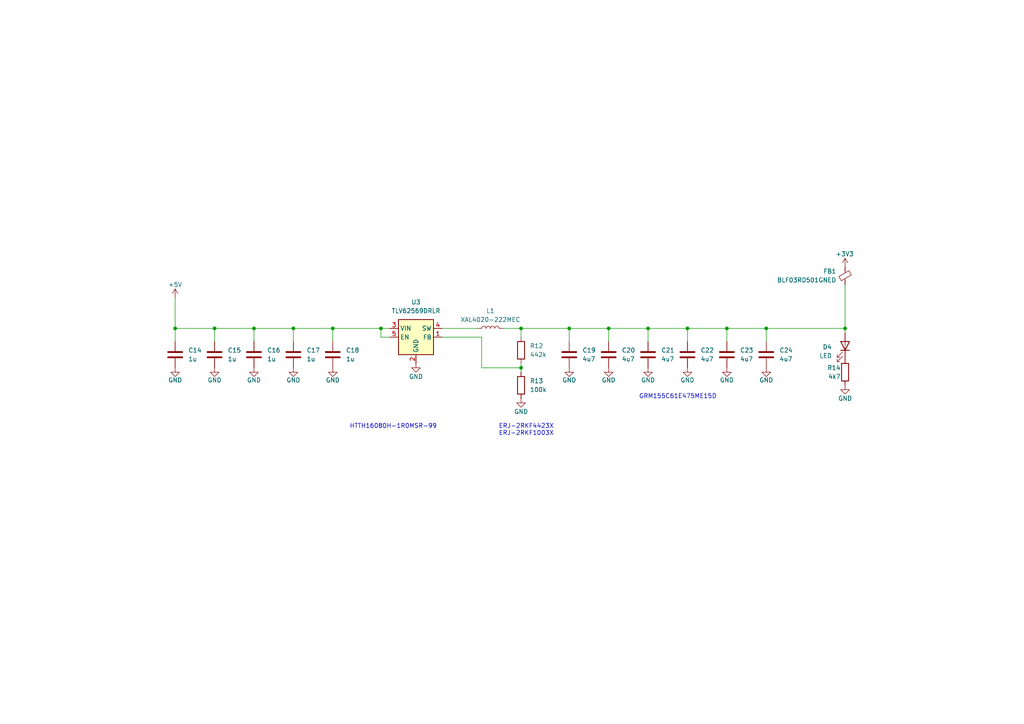
<source format=kicad_sch>
(kicad_sch (version 20231120) (generator "eeschema") (generator_version "8.0")
  (paper "A4")
  (lib_symbols
    (symbol "Device:C" (pin_numbers hide) (pin_names (offset 0.254))
      (property "Reference" "C" (at 0.635 2.54 0))
      (property "Value" "C" (at 0.635 -2.54 0))
      (symbol "C_0_1"
        (polyline (pts (xy -2.032 -0.762) (xy 2.032 -0.762)) (stroke (width 0.508)))
        (polyline (pts (xy -2.032 0.762) (xy 2.032 0.762)) (stroke (width 0.508)))
      )
      (symbol "C_1_1"
        (pin passive line (at 0 3.81 270) (length 2.794) (name "~") (number "1"))
        (pin passive line (at 0 -3.81 90) (length 2.794) (name "~") (number "2"))
      )
    )
    (symbol "Device:FerriteBead_Small" (pin_numbers hide) (pin_names (offset 0))
      (property "Reference" "FB" (at 1.905 1.27 0))
      (property "Value" "FerriteBead_Small" (at 1.905 -1.27 0))
      (symbol "FerriteBead_Small_0_1"
        (polyline (pts (xy 0 -1.27) (xy 0 -0.7874)))
        (polyline (pts (xy 0 0.889) (xy 0 1.2954)))
        (polyline (pts (xy -1.8288 0.2794) (xy -1.1176 1.4986) (xy 1.8288 -0.2032) (xy 1.1176 -1.4224) (xy -1.8288 0.2794)))
      )
      (symbol "FerriteBead_Small_1_1"
        (pin passive line (at 0 2.54 270) (length 1.27) (name "~") (number "1"))
        (pin passive line (at 0 -2.54 90) (length 1.27) (name "~") (number "2"))
      )
    )
    (symbol "Device:L" (pin_numbers hide) (pin_names (offset 1.016) hide)
      (property "Reference" "L" (at -1.27 0 90))
      (property "Value" "L" (at 1.905 0 90))
      (symbol "L_0_1"
        (arc (start 0 -2.54) (mid 0.6323 -1.905) (end 0 -1.27))
        (arc (start 0 -1.27) (mid 0.6323 -0.635) (end 0 0))
        (arc (start 0 0) (mid 0.6323 0.635) (end 0 1.27))
        (arc (start 0 1.27) (mid 0.6323 1.905) (end 0 2.54))
      )
      (symbol "L_1_1"
        (pin passive line (at 0 3.81 270) (length 1.27) (name "1") (number "1"))
        (pin passive line (at 0 -3.81 90) (length 1.27) (name "2") (number "2"))
      )
    )
    (symbol "Device:LED" (pin_numbers hide) (pin_names (offset 1.016) hide)
      (property "Reference" "D" (at 0 2.54 0))
      (property "Value" "LED" (at 0 -2.54 0))
      (symbol "LED_0_1"
        (polyline (pts (xy -1.27 -1.27) (xy -1.27 1.27)) (stroke (width 0.254)))
        (polyline (pts (xy -1.27 0) (xy 1.27 0)))
        (polyline (pts (xy 1.27 -1.27) (xy 1.27 1.27) (xy -1.27 0) (xy 1.27 -1.27)) (stroke (width 0.254)))
        (polyline (pts (xy -3.048 -0.762) (xy -4.572 -2.286) (xy -3.81 -2.286) (xy -4.572 -2.286) (xy -4.572 -1.524)))
        (polyline (pts (xy -1.778 -0.762) (xy -3.302 -2.286) (xy -2.54 -2.286) (xy -3.302 -2.286) (xy -3.302 -1.524)))
      )
      (symbol "LED_1_1"
        (pin passive line (at -3.81 0 0) (length 2.54) (name "K") (number "1"))
        (pin passive line (at 3.81 0 180) (length 2.54) (name "A") (number "2"))
      )
    )
    (symbol "Device:R" (pin_numbers hide) (pin_names (offset 0))
      (property "Reference" "R" (at 2.032 0 90))
      (property "Value" "R" (at 0 0 90))
      (symbol "R_0_1"
        (rectangle (start -1.016 -2.54) (end 1.016 2.54) (stroke (width 0.254)))
      )
      (symbol "R_1_1"
        (pin passive line (at 0 3.81 270) (length 1.27) (name "~") (number "1"))
        (pin passive line (at 0 -3.81 90) (length 1.27) (name "~") (number "2"))
      )
    )
    (symbol "Regulator_Switching:TLV62569DRL"
      (property "Reference" "U" (at -5.08 6.35 0))
      (property "Value" "TLV62569DRL" (at 0 6.35 0))
      (symbol "TLV62569DRL_0_1"
        (rectangle (start -5.08 5.08) (end 5.08 -5.08) (stroke (width 0.254)) (fill (type background)))
      )
      (symbol "TLV62569DRL_1_1"
        (pin input line (at 7.62 0 180) (length 2.54) (name "FB") (number "1"))
        (pin power_in line (at 0 -7.62 90) (length 2.54) (name "GND") (number "2"))
        (pin power_in line (at -7.62 2.54 0) (length 2.54) (name "VIN") (number "3"))
        (pin power_out line (at 7.62 2.54 180) (length 2.54) (name "SW") (number "4"))
        (pin input line (at -7.62 0 0) (length 2.54) (name "EN") (number "5"))
        (pin no_connect line (at 5.08 -2.54 180) (length 2.54) hide (name "NC") (number "6"))
      )
    )
    (symbol "power:+3V3" (power) (pin_names (offset 0))
      (property "Value" "+3V3" (at 0 3.556 0))
      (symbol "+3V3_0_1"
        (polyline (pts (xy -0.762 1.27) (xy 0 2.54)))
        (polyline (pts (xy 0 0) (xy 0 2.54)))
        (polyline (pts (xy 0 2.54) (xy 0.762 1.27)))
      )
      (symbol "+3V3_1_1"
        (pin power_in line (at 0 0 90) (length 0) hide (name "+3V3") (number "1"))
      )
    )
    (symbol "power:+5V" (power) (pin_names (offset 0))
      (property "Value" "+5V" (at 0 3.556 0))
      (symbol "+5V_0_1"
        (polyline (pts (xy -0.762 1.27) (xy 0 2.54)))
        (polyline (pts (xy 0 0) (xy 0 2.54)))
        (polyline (pts (xy 0 2.54) (xy 0.762 1.27)))
      )
      (symbol "+5V_1_1"
        (pin power_in line (at 0 0 90) (length 0) hide (name "+5V") (number "1"))
      )
    )
    (symbol "power:GND" (power) (pin_names (offset 0))
      (property "Value" "GND" (at 0 -3.81 0))
      (symbol "GND_0_1"
        (polyline (pts (xy 0 0) (xy 0 -1.27) (xy 1.27 -1.27) (xy 0 -2.54) (xy -1.27 -1.27) (xy 0 -1.27)))
      )
      (symbol "GND_1_1"
        (pin power_in line (at 0 0 270) (length 0) hide (name "GND") (number "1"))
      )
    )
  )
  (junction (at 62.23 95.25))
  (junction (at 176.53 95.25))
  (junction (at 50.8 95.25))
  (junction (at 96.52 95.25))
  (junction (at 210.82 95.25))
  (junction (at 199.39 95.25))
  (junction (at 110.49 95.25))
  (junction (at 165.1 95.25))
  (junction (at 151.13 106.68))
  (junction (at 73.66 95.25))
  (junction (at 85.09 95.25))
  (junction (at 245.11 95.25))
  (junction (at 187.96 95.25))
  (junction (at 151.13 95.25))
  (junction (at 222.25 95.25))
  (wire (pts (xy 110.49 95.25) (xy 110.49 97.79)))
  (wire (pts (xy 96.52 95.25) (xy 85.09 95.25)))
  (wire (pts (xy 176.53 95.25) (xy 176.53 99.06)))
  (wire (pts (xy 199.39 95.25) (xy 199.39 99.06)))
  (wire (pts (xy 96.52 99.06) (xy 96.52 95.25)))
  (wire (pts (xy 151.13 105.41) (xy 151.13 106.68)))
  (wire (pts (xy 210.82 95.25) (xy 222.25 95.25)))
  (wire (pts (xy 151.13 106.68) (xy 151.13 107.95)))
  (wire (pts (xy 151.13 95.25) (xy 151.13 97.79)))
  (wire (pts (xy 139.7 106.68) (xy 151.13 106.68)))
  (wire (pts (xy 151.13 95.25) (xy 165.1 95.25)))
  (wire (pts (xy 146.05 95.25) (xy 151.13 95.25)))
  (wire (pts (xy 128.27 95.25) (xy 138.43 95.25)))
  (wire (pts (xy 50.8 95.25) (xy 62.23 95.25)))
  (wire (pts (xy 139.7 97.79) (xy 139.7 106.68)))
  (wire (pts (xy 222.25 95.25) (xy 245.11 95.25)))
  (wire (pts (xy 165.1 95.25) (xy 176.53 95.25)))
  (wire (pts (xy 245.11 95.25) (xy 245.11 96.52)))
  (wire (pts (xy 73.66 95.25) (xy 73.66 99.06)))
  (wire (pts (xy 210.82 99.06) (xy 210.82 95.25)))
  (wire (pts (xy 245.11 82.55) (xy 245.11 95.25)))
  (wire (pts (xy 113.03 97.79) (xy 110.49 97.79)))
  (wire (pts (xy 96.52 95.25) (xy 110.49 95.25)))
  (wire (pts (xy 222.25 99.06) (xy 222.25 95.25)))
  (wire (pts (xy 187.96 95.25) (xy 187.96 99.06)))
  (wire (pts (xy 50.8 86.36) (xy 50.8 95.25)))
  (wire (pts (xy 50.8 95.25) (xy 50.8 99.06)))
  (wire (pts (xy 210.82 95.25) (xy 199.39 95.25)))
  (wire (pts (xy 110.49 95.25) (xy 113.03 95.25)))
  (wire (pts (xy 73.66 95.25) (xy 62.23 95.25)))
  (wire (pts (xy 128.27 97.79) (xy 139.7 97.79)))
  (wire (pts (xy 199.39 95.25) (xy 187.96 95.25)))
  (wire (pts (xy 85.09 95.25) (xy 85.09 99.06)))
  (wire (pts (xy 62.23 95.25) (xy 62.23 99.06)))
  (wire (pts (xy 187.96 95.25) (xy 176.53 95.25)))
  (wire (pts (xy 165.1 95.25) (xy 165.1 99.06)))
  (wire (pts (xy 85.09 95.25) (xy 73.66 95.25)))
  (text "GRM155C61E475ME15D" (at 196.596 115.062 0) (effects (font (size 1.27 1.27))))
  (text "ERJ-2RKF4423X" (at 152.654 123.698 0) (effects (font (size 1.27 1.27))))
  (text "ERJ-2RKF1003X" (at 152.654 125.73 0) (effects (font (size 1.27 1.27))))
  (text "HTTH16080H-1R0MSR-99 " (at 114.554 123.698 0) (effects (font (size 1.27 1.27))))
  (symbol (lib_id "Device:C") (at 176.53 102.87 0) (unit 1)
    (property "Reference" "C20" (at 180.34 101.5999 0) (effects (justify left)))
    (property "Value" "4u7" (at 180.34 104.1399 0) (effects (justify left)))
    (property "Footprint" "Capacitor_SMD:C_0402_1005Metric" (effects (hide yes)))
    (property "Description" "Unpolarized capacitor" (effects (hide yes)))
  )
  (symbol (lib_id "Device:C") (at 222.25 102.87 0) (unit 1)
    (property "Reference" "C24" (at 226.06 101.5999 0) (effects (justify left)))
    (property "Value" "4u7" (at 226.06 104.1399 0) (effects (justify left)))
    (property "Footprint" "Capacitor_SMD:C_0402_1005Metric" (effects (hide yes)))
    (property "Description" "Unpolarized capacitor" (effects (hide yes)))
  )
  (symbol (lib_id "Device:R") (at 151.13 101.6 0) (unit 1)
    (property "Reference" "R12" (at 153.67 100.3299 0) (effects (justify left)))
    (property "Value" "442k" (at 153.67 102.8699 0) (effects (justify left)))
    (property "Footprint" "Resistor_SMD:R_0402_1005Metric" (effects (hide yes)))
    (property "Description" "Resistor" (effects (hide yes)))
  )
  (symbol (lib_id "power:GND") (at 85.09 106.68 0) (unit 1)
    (property "Reference" "#PWR030" (effects (hide yes)))
    (property "Value" "GND" (at 85.09 110.236 0))
    (property "Description" "Power symbol creates a global label with name \"GND\" , ground" (effects (hide yes)))
  )
  (symbol (lib_id "Device:L") (at 142.24 95.25 90) (unit 1)
    (property "Reference" "L1" (at 142.24 90.17 90))
    (property "Value" "XAL4020-222MEC" (at 142.24 92.71 90))
    (property "Footprint" "Inductor_SMD:L_Coilcraft_XxL4040" (effects (hide yes)))
    (property "Description" "Inductor" (effects (hide yes)))
  )
  (symbol (lib_id "power:+3V3") (at 245.11 77.47 0) (mirror y) (unit 1)
    (property "Reference" "#PWR040" (effects (hide yes)))
    (property "Value" "+3V3" (at 247.65 73.66 0) (effects (justify left)))
  )
  (symbol (lib_id "Device:C") (at 199.39 102.87 0) (unit 1)
    (property "Reference" "C22" (at 203.2 101.5999 0) (effects (justify left)))
    (property "Value" "4u7" (at 203.2 104.1399 0) (effects (justify left)))
    (property "Footprint" "Capacitor_SMD:C_0402_1005Metric" (effects (hide yes)))
    (property "Description" "Unpolarized capacitor" (effects (hide yes)))
  )
  (symbol (lib_id "power:GND") (at 120.65 105.41 0) (unit 1)
    (property "Reference" "#PWR032" (effects (hide yes)))
    (property "Value" "GND" (at 120.65 109.22 0))
  )
  (symbol (lib_id "power:+5V") (at 50.8 86.36 0) (mirror y) (unit 1)
    (property "Reference" "#PWR026" (effects (hide yes)))
    (property "Value" "+5V" (at 50.8 82.55 0))
  )
  (symbol (lib_id "power:GND") (at 96.52 106.68 0) (unit 1)
    (property "Reference" "#PWR031" (effects (hide yes)))
    (property "Value" "GND" (at 96.52 110.236 0))
    (property "Description" "Power symbol creates a global label with name \"GND\" , ground" (effects (hide yes)))
  )
  (symbol (lib_id "Device:C") (at 50.8 102.87 0) (unit 1)
    (property "Reference" "C14" (at 54.61 101.5999 0) (effects (justify left)))
    (property "Value" "1u" (at 54.61 104.1399 0) (effects (justify left)))
    (property "Footprint" "Capacitor_SMD:C_0402_1005Metric" (effects (hide yes)))
    (property "Description" "Unpolarized capacitor" (effects (hide yes)))
  )
  (symbol (lib_id "Device:C") (at 187.96 102.87 0) (unit 1)
    (property "Reference" "C21" (at 191.77 101.5999 0) (effects (justify left)))
    (property "Value" "4u7" (at 191.77 104.1399 0) (effects (justify left)))
    (property "Footprint" "Capacitor_SMD:C_0402_1005Metric" (effects (hide yes)))
    (property "Description" "Unpolarized capacitor" (effects (hide yes)))
  )
  (symbol (lib_id "power:GND") (at 245.11 111.76 0) (mirror y) (unit 1)
    (property "Reference" "#PWR041" (effects (hide yes)))
    (property "Value" "GND" (at 245.11 115.57 0))
  )
  (symbol (lib_id "power:GND") (at 222.25 106.68 0) (unit 1)
    (property "Reference" "#PWR039" (effects (hide yes)))
    (property "Value" "GND" (at 222.25 110.236 0))
    (property "Description" "Power symbol creates a global label with name \"GND\" , ground" (effects (hide yes)))
  )
  (symbol (lib_id "power:GND") (at 151.13 115.57 0) (unit 1)
    (property "Reference" "#PWR033" (effects (hide yes)))
    (property "Value" "GND" (at 151.13 119.38 0))
  )
  (symbol (lib_id "power:GND") (at 199.39 106.68 0) (unit 1)
    (property "Reference" "#PWR037" (effects (hide yes)))
    (property "Value" "GND" (at 199.39 110.236 0))
    (property "Description" "Power symbol creates a global label with name \"GND\" , ground" (effects (hide yes)))
  )
  (symbol (lib_id "Device:R") (at 245.11 107.95 0) (mirror y) (unit 1)
    (property "Reference" "R14" (at 243.84 106.68 0) (effects (justify left)))
    (property "Value" "4k7" (at 243.84 109.22 0) (effects (justify left)))
    (property "Footprint" "Resistor_SMD:R_0402_1005Metric" (effects (hide yes)))
  )
  (symbol (lib_id "Device:C") (at 210.82 102.87 0) (unit 1)
    (property "Reference" "C23" (at 214.63 101.5999 0) (effects (justify left)))
    (property "Value" "4u7" (at 214.63 104.1399 0) (effects (justify left)))
    (property "Footprint" "Capacitor_SMD:C_0402_1005Metric" (effects (hide yes)))
    (property "Description" "Unpolarized capacitor" (effects (hide yes)))
  )
  (symbol (lib_id "power:GND") (at 50.8 106.68 0) (unit 1)
    (property "Reference" "#PWR027" (effects (hide yes)))
    (property "Value" "GND" (at 50.8 110.236 0))
    (property "Description" "Power symbol creates a global label with name \"GND\" , ground" (effects (hide yes)))
  )
  (symbol (lib_id "power:GND") (at 210.82 106.68 0) (unit 1)
    (property "Reference" "#PWR038" (effects (hide yes)))
    (property "Value" "GND" (at 210.82 110.236 0))
    (property "Description" "Power symbol creates a global label with name \"GND\" , ground" (effects (hide yes)))
  )
  (symbol (lib_id "Device:C") (at 96.52 102.87 0) (unit 1)
    (property "Reference" "C18" (at 100.33 101.5999 0) (effects (justify left)))
    (property "Value" "1u" (at 100.33 104.1399 0) (effects (justify left)))
    (property "Footprint" "Capacitor_SMD:C_0402_1005Metric" (effects (hide yes)))
    (property "Description" "Unpolarized capacitor" (effects (hide yes)))
  )
  (symbol (lib_id "Device:FerriteBead_Small") (at 245.11 80.01 0) (mirror y) (unit 1)
    (property "Reference" "FB1" (at 242.57 78.7018 0) (effects (justify left)))
    (property "Value" "BLF03RD501GNED" (at 242.57 81.2418 0) (effects (justify left)))
    (property "Footprint" "Inductor_SMD:L_0402_1005Metric" (effects (hide yes)))
  )
  (symbol (lib_id "power:GND") (at 73.66 106.68 0) (unit 1)
    (property "Reference" "#PWR029" (effects (hide yes)))
    (property "Value" "GND" (at 73.66 110.236 0))
    (property "Description" "Power symbol creates a global label with name \"GND\" , ground" (effects (hide yes)))
  )
  (symbol (lib_id "power:GND") (at 187.96 106.68 0) (unit 1)
    (property "Reference" "#PWR036" (effects (hide yes)))
    (property "Value" "GND" (at 187.96 110.236 0))
    (property "Description" "Power symbol creates a global label with name \"GND\" , ground" (effects (hide yes)))
  )
  (symbol (lib_id "power:GND") (at 62.23 106.68 0) (unit 1)
    (property "Reference" "#PWR028" (effects (hide yes)))
    (property "Value" "GND" (at 62.23 110.236 0))
    (property "Description" "Power symbol creates a global label with name \"GND\" , ground" (effects (hide yes)))
  )
  (symbol (lib_id "power:GND") (at 165.1 106.68 0) (unit 1)
    (property "Reference" "#PWR034" (effects (hide yes)))
    (property "Value" "GND" (at 165.1 110.236 0))
    (property "Description" "Power symbol creates a global label with name \"GND\" , ground" (effects (hide yes)))
  )
  (symbol (lib_id "power:GND") (at 176.53 106.68 0) (unit 1)
    (property "Reference" "#PWR035" (effects (hide yes)))
    (property "Value" "GND" (at 176.53 110.236 0))
    (property "Description" "Power symbol creates a global label with name \"GND\" , ground" (effects (hide yes)))
  )
  (symbol (lib_id "Device:C") (at 85.09 102.87 0) (unit 1)
    (property "Reference" "C17" (at 88.9 101.5999 0) (effects (justify left)))
    (property "Value" "1u" (at 88.9 104.1399 0) (effects (justify left)))
    (property "Footprint" "Capacitor_SMD:C_0402_1005Metric" (effects (hide yes)))
    (property "Description" "Unpolarized capacitor" (effects (hide yes)))
  )
  (symbol (lib_id "Regulator_Switching:TLV62569DRL") (at 120.65 97.79 0) (unit 1)
    (property "Reference" "U3" (at 120.65 87.63 0))
    (property "Value" "TLV62569DRLR" (at 120.65 90.17 0))
    (property "Footprint" "Package_TO_SOT_SMD:SOT-563" (effects (hide yes)))
    (property "Datasheet" "http://www.ti.com/lit/ds/symlink/tlv62569.pdf" (effects (hide yes)))
    (property "Description" "High Efficiency Synchronous Buck Converter, Adjustable Output 0.6V-5.5V, 2A, SOT-563-6" (effects (hide yes)))
  )
  (symbol (lib_id "Device:C") (at 165.1 102.87 0) (unit 1)
    (property "Reference" "C19" (at 168.91 101.5999 0) (effects (justify left)))
    (property "Value" "4u7" (at 168.91 104.1399 0) (effects (justify left)))
    (property "Footprint" "Capacitor_SMD:C_0402_1005Metric" (effects (hide yes)))
    (property "Description" "Unpolarized capacitor" (effects (hide yes)))
  )
  (symbol (lib_id "Device:C") (at 62.23 102.87 0) (unit 1)
    (property "Reference" "C15" (at 66.04 101.5999 0) (effects (justify left)))
    (property "Value" "1u" (at 66.04 104.1399 0) (effects (justify left)))
    (property "Footprint" "Capacitor_SMD:C_0402_1005Metric" (effects (hide yes)))
    (property "Description" "Unpolarized capacitor" (effects (hide yes)))
  )
  (symbol (lib_id "Device:R") (at 151.13 111.76 0) (unit 1)
    (property "Reference" "R13" (at 153.67 110.4899 0) (effects (justify left)))
    (property "Value" "100k" (at 153.67 113.0299 0) (effects (justify left)))
    (property "Footprint" "Resistor_SMD:R_0402_1005Metric" (effects (hide yes)))
    (property "Description" "Resistor" (effects (hide yes)))
  )
  (symbol (lib_id "Device:C") (at 73.66 102.87 0) (unit 1)
    (property "Reference" "C16" (at 77.47 101.5999 0) (effects (justify left)))
    (property "Value" "1u" (at 77.47 104.1399 0) (effects (justify left)))
    (property "Footprint" "Capacitor_SMD:C_0402_1005Metric" (effects (hide yes)))
    (property "Description" "Unpolarized capacitor" (effects (hide yes)))
  )
  (symbol (lib_id "Device:LED") (at 245.11 100.33 270) (mirror x) (unit 1)
    (property "Reference" "D4" (at 241.3 100.6474 90) (effects (justify right)))
    (property "Value" "LED" (at 241.3 103.1874 90) (effects (justify right)))
    (property "Footprint" "Diode_SMD:D_0402_1005Metric" (effects (hide yes)))
  )
)
</source>
